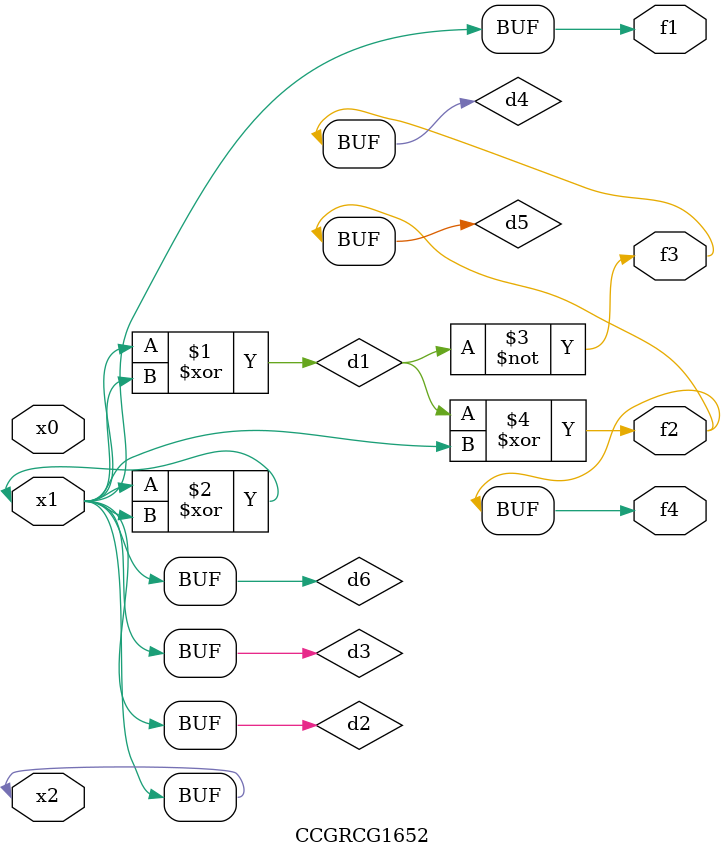
<source format=v>
module CCGRCG1652(
	input x0, x1, x2,
	output f1, f2, f3, f4
);

	wire d1, d2, d3, d4, d5, d6;

	xor (d1, x1, x2);
	buf (d2, x1, x2);
	xor (d3, x1, x2);
	nor (d4, d1);
	xor (d5, d1, d2);
	buf (d6, d2, d3);
	assign f1 = d6;
	assign f2 = d5;
	assign f3 = d4;
	assign f4 = d5;
endmodule

</source>
